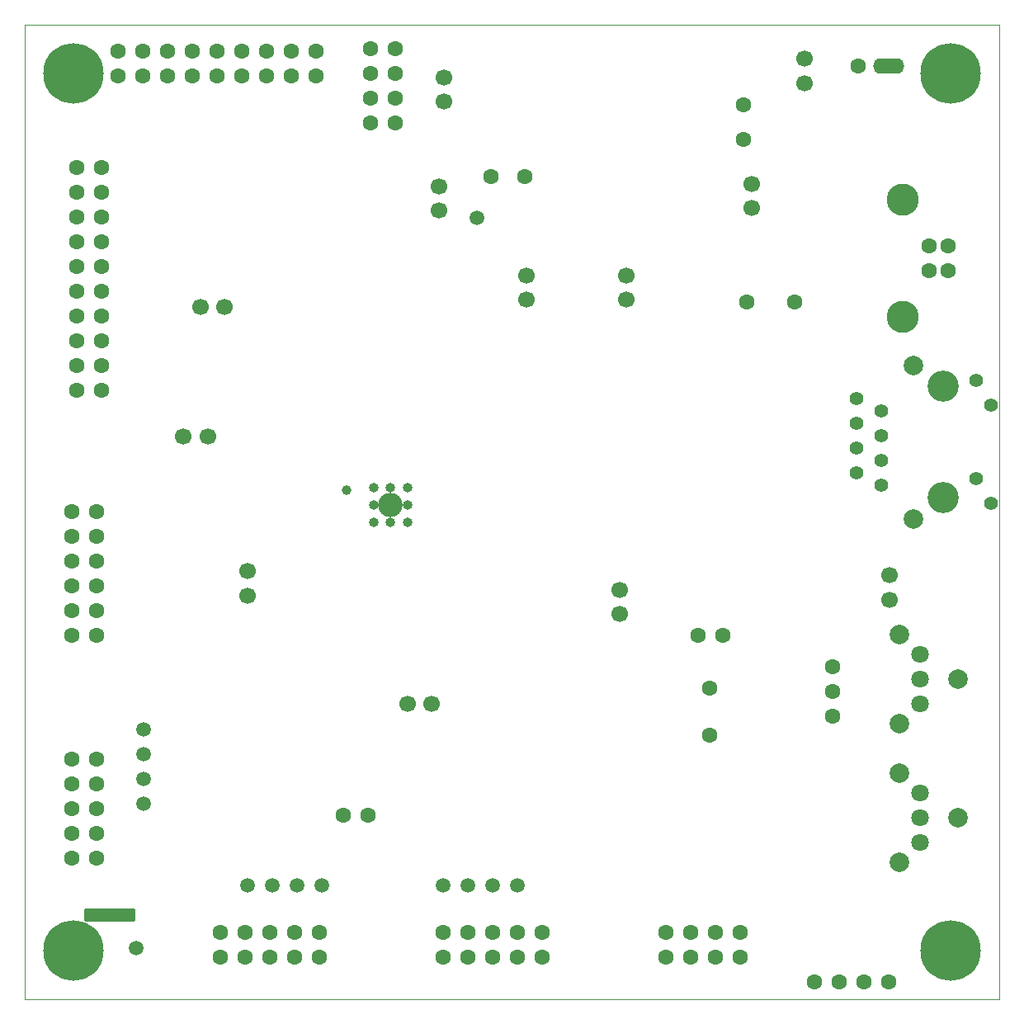
<source format=gbs>
G04 #@! TF.FileFunction,Soldermask,Bot*
%FSLAX46Y46*%
G04 Gerber Fmt 4.6, Leading zero omitted, Abs format (unit mm)*
G04 Created by KiCad (PCBNEW 4.0.5) date 02/08/17 14:07:06*
%MOMM*%
%LPD*%
G01*
G04 APERTURE LIST*
%ADD10C,0.150000*%
%ADD11C,0.100000*%
%ADD12C,1.400000*%
%ADD13C,2.000000*%
%ADD14C,3.200000*%
%ADD15C,1.600000*%
%ADD16C,1.500000*%
%ADD17C,1.700000*%
%ADD18O,3.200000X1.600000*%
%ADD19C,1.800000*%
%ADD20C,6.200000*%
%ADD21C,3.300000*%
%ADD22C,1.000000*%
%ADD23O,2.500000X2.500000*%
%ADD24O,1.000000X1.000000*%
%ADD25C,0.254000*%
G04 APERTURE END LIST*
D10*
D11*
X0Y100000000D02*
X100000000Y100000000D01*
X15000000Y0D02*
X0Y0D01*
X100000000Y0D02*
X15000000Y0D01*
X100000000Y100000000D02*
X100000000Y0D01*
X0Y0D02*
X0Y100000000D01*
D12*
X87850000Y52720000D03*
X85310000Y53990000D03*
X87850000Y55260000D03*
X85310000Y56530000D03*
X87850000Y57800000D03*
X85310000Y59070000D03*
X87850000Y60340000D03*
X85310000Y61610000D03*
D13*
X91150000Y49290000D03*
X91150000Y65040000D03*
D14*
X94200000Y51450000D03*
X94200000Y62880000D03*
D12*
X99100000Y50840000D03*
X97580000Y63490000D03*
X97580000Y53380000D03*
X99100000Y60950000D03*
D15*
X78940000Y71500000D03*
X74060000Y71500000D03*
D16*
X11400000Y5200000D03*
X45466000Y11684000D03*
X48006000Y11684000D03*
X50546000Y11684000D03*
D17*
X88750000Y43500000D03*
X88750000Y41000000D03*
X42956000Y94568000D03*
X42956000Y92068000D03*
X80000000Y94000000D03*
X80000000Y96500000D03*
X20500000Y71000000D03*
X18000000Y71000000D03*
X18750000Y57750000D03*
X16250000Y57750000D03*
X42448000Y83392000D03*
X42448000Y80892000D03*
D15*
X85500000Y95750000D03*
D18*
X88675000Y95750000D03*
D15*
X81026000Y1778000D03*
X83566000Y1778000D03*
X86106000Y1778000D03*
X88646000Y1778000D03*
X35490000Y89908000D03*
X38030000Y89908000D03*
X9586000Y94750000D03*
X9586000Y97290000D03*
X82850000Y29010000D03*
X82850000Y34090000D03*
X82850000Y31550000D03*
D19*
X91842000Y35387000D03*
X91842000Y32847000D03*
X91842000Y30307000D03*
D13*
X95742000Y32847000D03*
X89742000Y37447000D03*
X89742000Y28247000D03*
D19*
X91842000Y21163000D03*
X91842000Y18623000D03*
X91842000Y16083000D03*
D13*
X95742000Y18623000D03*
X89742000Y23223000D03*
X89742000Y14023000D03*
D20*
X5000000Y5000000D03*
X95000000Y95000000D03*
X95000000Y5000000D03*
X5000000Y95000000D03*
D16*
X46400000Y80200000D03*
D15*
X4826000Y50038000D03*
X7366000Y50038000D03*
X4826000Y47498000D03*
X7366000Y47498000D03*
X4826000Y44958000D03*
X7366000Y44958000D03*
X4826000Y42418000D03*
X7366000Y42418000D03*
X4826000Y39878000D03*
X7366000Y39878000D03*
X7366000Y37338000D03*
X4826000Y37338000D03*
D17*
X74610000Y83656000D03*
X74610000Y81156000D03*
X41750000Y30336000D03*
X39250000Y30336000D03*
X22880000Y43922000D03*
X22880000Y41422000D03*
X61000000Y42000000D03*
X61000000Y39500000D03*
X51500000Y71750000D03*
X51500000Y74250000D03*
D21*
X90040000Y82020000D03*
X90040000Y69980000D03*
D15*
X94750000Y74750000D03*
X92750000Y74750000D03*
X92750000Y77250000D03*
X94750000Y77250000D03*
X69088000Y37338000D03*
X71628000Y37338000D03*
X35490000Y92448000D03*
X38030000Y92448000D03*
X42926000Y4318000D03*
X42926000Y6858000D03*
X45466000Y4318000D03*
X45466000Y6858000D03*
X48006000Y4318000D03*
X48006000Y6858000D03*
X50546000Y4318000D03*
X50546000Y6858000D03*
X53086000Y4318000D03*
X53086000Y6858000D03*
X20066000Y4318000D03*
X20066000Y6858000D03*
X22606000Y4318000D03*
X22606000Y6858000D03*
X25146000Y4318000D03*
X25146000Y6858000D03*
X27686000Y4318000D03*
X27686000Y6858000D03*
X30226000Y4318000D03*
X30226000Y6858000D03*
X4826000Y24638000D03*
X7366000Y24638000D03*
X4826000Y22098000D03*
X7366000Y22098000D03*
X4826000Y19558000D03*
X7366000Y19558000D03*
X4826000Y17018000D03*
X7366000Y17018000D03*
X4826000Y14478000D03*
X7366000Y14478000D03*
X32672000Y18832000D03*
X35212000Y18832000D03*
D16*
X27940000Y11684000D03*
X30480000Y11684000D03*
X25400000Y11684000D03*
X12192000Y25146000D03*
X12192000Y22606000D03*
X12192000Y20066000D03*
D15*
X70250000Y27060000D03*
X70250000Y31940000D03*
D17*
X61750000Y74250000D03*
X61750000Y71750000D03*
D15*
X5334000Y85344000D03*
X7874000Y85344000D03*
X5334000Y82804000D03*
X7874000Y82804000D03*
X5334000Y80264000D03*
X7874000Y80264000D03*
X5334000Y77724000D03*
X7874000Y77724000D03*
X5334000Y75184000D03*
X7874000Y75184000D03*
X5334000Y72644000D03*
X7874000Y72644000D03*
X5334000Y70104000D03*
X7874000Y70104000D03*
X5334000Y67564000D03*
X7874000Y67564000D03*
X5334000Y65024000D03*
X7874000Y65024000D03*
X5334000Y62484000D03*
X7874000Y62484000D03*
X65786000Y4318000D03*
X65786000Y6858000D03*
X68326000Y4318000D03*
X68326000Y6858000D03*
X70866000Y4318000D03*
X70866000Y6858000D03*
X73406000Y4318000D03*
X73406000Y6858000D03*
D22*
X33025000Y52225000D03*
D23*
X37531605Y50687937D03*
D24*
X39281605Y52437937D03*
X37531605Y52437937D03*
X35781605Y52437937D03*
X35781605Y50687937D03*
X35781605Y48937937D03*
X37531605Y48937937D03*
X39281605Y48937937D03*
X39281605Y50687937D03*
D16*
X42926000Y11684000D03*
X22860000Y11684000D03*
X12192000Y27686000D03*
D15*
X51310000Y84428000D03*
X47810000Y84428000D03*
X73750000Y91748000D03*
X73750000Y88248000D03*
X35490000Y94988000D03*
X38030000Y94988000D03*
X35490000Y97528000D03*
X38030000Y97528000D03*
X19746000Y97278000D03*
X19746000Y94738000D03*
X17206000Y97278000D03*
X17206000Y94738000D03*
X14666000Y97278000D03*
X14666000Y94738000D03*
X12126000Y97278000D03*
X12126000Y94738000D03*
X29906000Y97290000D03*
X29906000Y94750000D03*
X27366000Y97290000D03*
X27366000Y94750000D03*
X24826000Y97290000D03*
X24826000Y94750000D03*
X22286000Y97290000D03*
X22286000Y94750000D03*
D25*
G36*
X11173000Y8077000D02*
X6127000Y8077000D01*
X6127000Y9223000D01*
X11173000Y9223000D01*
X11173000Y8077000D01*
X11173000Y8077000D01*
G37*
X11173000Y8077000D02*
X6127000Y8077000D01*
X6127000Y9223000D01*
X11173000Y9223000D01*
X11173000Y8077000D01*
M02*

</source>
